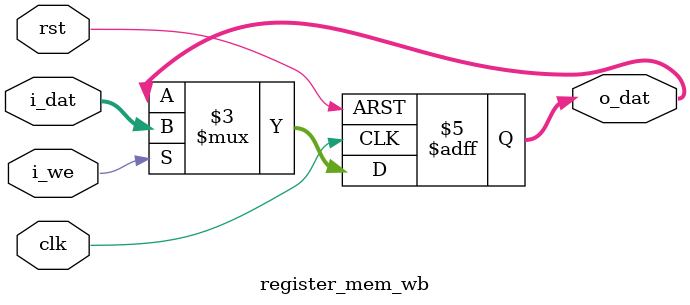
<source format=v>
`timescale 1ns / 1ps

/* Register Impl */

module register(
    input                   clk,            // Clock
    input                   rst,            // Reset
    input       [31:0]      i_dat,          // In data
    input                   i_we,           // Write enable
    output  reg [31:0]      o_dat           // Out data
    );

    always @(posedge clk or posedge rst) begin
        if(rst) begin
            o_dat <= 0;
        end
        else begin
            if(i_we) begin
                o_dat <= i_dat;
            end
            else begin
                o_dat <= o_dat;
            end
        end
    end
    
endmodule

/* Special Purposed Registers here */
module register_if_id(
    input                   clk,
    input                   rst,
    input       [63:0]      i_dat,
    input                   i_we,
    input                   i_flush,        // Flush the register
    output reg  [63:0]      o_dat
);
    reg cnt;
    always @(posedge clk or posedge rst) begin
        cnt <= 0;
        if(rst) begin
            o_dat <= 0;
        end
        else if(i_flush & (cnt == 0)) begin
            o_dat <= 0;
            cnt <= 1;
        end
        else if(cnt) begin
            o_dat <= 0;
            cnt <= 0;
        end
        else begin
            if(i_we) begin
                o_dat <= i_dat;
            end
            else begin
                o_dat <= o_dat;
            end
        end
    end
endmodule

module register_id_ex(
    input                   clk,
    input                   rst,
    input       [167:0]     i_dat,
    input                   i_we,
    output reg  [167:0]     o_dat
);

    always @(posedge clk or posedge rst) begin
        if(rst) begin
            o_dat <= 0;
        end
        else begin
            if(i_we) begin
                o_dat <= i_dat;
            end
            else begin
                o_dat <= o_dat;
            end
        end
    end
endmodule

module register_ex_mem(
    input                   clk,
    input                   rst,
    input       [106:0]     i_dat,
    input                   i_we,
    output reg  [106:0]     o_dat
);

    always @(posedge clk or posedge rst) begin
        if(rst) begin
            o_dat <= 0;
        end
        else begin
            if(i_we) begin
                o_dat <= i_dat;
            end
            else begin
                o_dat <= o_dat;
            end
        end
    end
endmodule

module register_mem_wb(
    input                   clk,
    input                   rst,
    input       [69:0]      i_dat,
    input                   i_we,
    output reg  [69:0]      o_dat
);

    always @(posedge clk or posedge rst) begin
        if(rst) begin
            o_dat <= 0;
        end
        else begin
            if(i_we) begin
                o_dat <= i_dat;
            end
            else begin
                o_dat <= o_dat;
            end
        end
    end
endmodule
</source>
